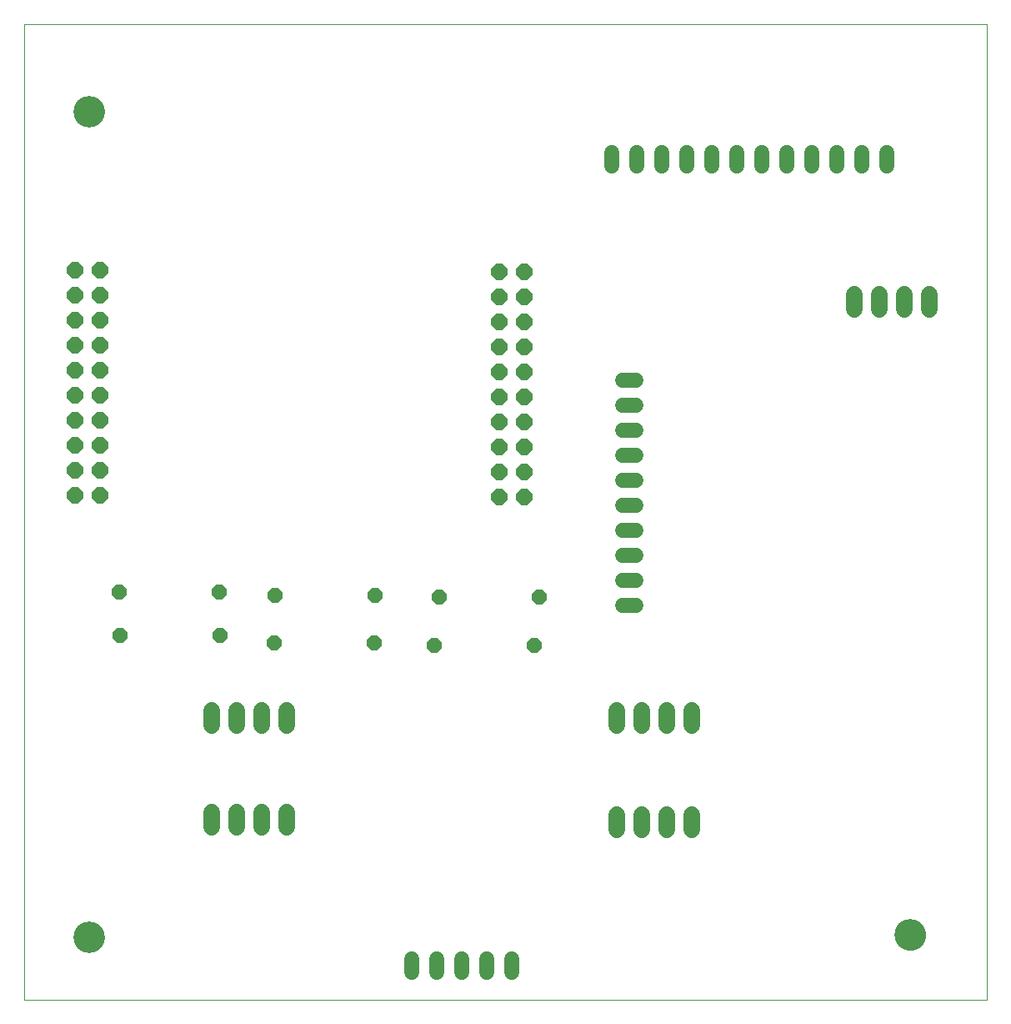
<source format=gbs>
G75*
%MOIN*%
%OFA0B0*%
%FSLAX25Y25*%
%IPPOS*%
%LPD*%
%AMOC8*
5,1,8,0,0,1.08239X$1,22.5*
%
%ADD10C,0.00000*%
%ADD11OC8,0.06000*%
%ADD12C,0.06800*%
%ADD13C,0.06000*%
%ADD14OC8,0.06400*%
%ADD15C,0.12611*%
D10*
X0001800Y0001800D02*
X0386800Y0001800D01*
X0386800Y0391800D01*
X0001800Y0391800D01*
X0001800Y0001800D01*
X0021894Y0026800D02*
X0021896Y0026953D01*
X0021902Y0027107D01*
X0021912Y0027260D01*
X0021926Y0027412D01*
X0021944Y0027565D01*
X0021966Y0027716D01*
X0021991Y0027867D01*
X0022021Y0028018D01*
X0022055Y0028168D01*
X0022092Y0028316D01*
X0022133Y0028464D01*
X0022178Y0028610D01*
X0022227Y0028756D01*
X0022280Y0028900D01*
X0022336Y0029042D01*
X0022396Y0029183D01*
X0022460Y0029323D01*
X0022527Y0029461D01*
X0022598Y0029597D01*
X0022673Y0029731D01*
X0022750Y0029863D01*
X0022832Y0029993D01*
X0022916Y0030121D01*
X0023004Y0030247D01*
X0023095Y0030370D01*
X0023189Y0030491D01*
X0023287Y0030609D01*
X0023387Y0030725D01*
X0023491Y0030838D01*
X0023597Y0030949D01*
X0023706Y0031057D01*
X0023818Y0031162D01*
X0023932Y0031263D01*
X0024050Y0031362D01*
X0024169Y0031458D01*
X0024291Y0031551D01*
X0024416Y0031640D01*
X0024543Y0031727D01*
X0024672Y0031809D01*
X0024803Y0031889D01*
X0024936Y0031965D01*
X0025071Y0032038D01*
X0025208Y0032107D01*
X0025347Y0032172D01*
X0025487Y0032234D01*
X0025629Y0032292D01*
X0025772Y0032347D01*
X0025917Y0032398D01*
X0026063Y0032445D01*
X0026210Y0032488D01*
X0026358Y0032527D01*
X0026507Y0032563D01*
X0026657Y0032594D01*
X0026808Y0032622D01*
X0026959Y0032646D01*
X0027112Y0032666D01*
X0027264Y0032682D01*
X0027417Y0032694D01*
X0027570Y0032702D01*
X0027723Y0032706D01*
X0027877Y0032706D01*
X0028030Y0032702D01*
X0028183Y0032694D01*
X0028336Y0032682D01*
X0028488Y0032666D01*
X0028641Y0032646D01*
X0028792Y0032622D01*
X0028943Y0032594D01*
X0029093Y0032563D01*
X0029242Y0032527D01*
X0029390Y0032488D01*
X0029537Y0032445D01*
X0029683Y0032398D01*
X0029828Y0032347D01*
X0029971Y0032292D01*
X0030113Y0032234D01*
X0030253Y0032172D01*
X0030392Y0032107D01*
X0030529Y0032038D01*
X0030664Y0031965D01*
X0030797Y0031889D01*
X0030928Y0031809D01*
X0031057Y0031727D01*
X0031184Y0031640D01*
X0031309Y0031551D01*
X0031431Y0031458D01*
X0031550Y0031362D01*
X0031668Y0031263D01*
X0031782Y0031162D01*
X0031894Y0031057D01*
X0032003Y0030949D01*
X0032109Y0030838D01*
X0032213Y0030725D01*
X0032313Y0030609D01*
X0032411Y0030491D01*
X0032505Y0030370D01*
X0032596Y0030247D01*
X0032684Y0030121D01*
X0032768Y0029993D01*
X0032850Y0029863D01*
X0032927Y0029731D01*
X0033002Y0029597D01*
X0033073Y0029461D01*
X0033140Y0029323D01*
X0033204Y0029183D01*
X0033264Y0029042D01*
X0033320Y0028900D01*
X0033373Y0028756D01*
X0033422Y0028610D01*
X0033467Y0028464D01*
X0033508Y0028316D01*
X0033545Y0028168D01*
X0033579Y0028018D01*
X0033609Y0027867D01*
X0033634Y0027716D01*
X0033656Y0027565D01*
X0033674Y0027412D01*
X0033688Y0027260D01*
X0033698Y0027107D01*
X0033704Y0026953D01*
X0033706Y0026800D01*
X0033704Y0026647D01*
X0033698Y0026493D01*
X0033688Y0026340D01*
X0033674Y0026188D01*
X0033656Y0026035D01*
X0033634Y0025884D01*
X0033609Y0025733D01*
X0033579Y0025582D01*
X0033545Y0025432D01*
X0033508Y0025284D01*
X0033467Y0025136D01*
X0033422Y0024990D01*
X0033373Y0024844D01*
X0033320Y0024700D01*
X0033264Y0024558D01*
X0033204Y0024417D01*
X0033140Y0024277D01*
X0033073Y0024139D01*
X0033002Y0024003D01*
X0032927Y0023869D01*
X0032850Y0023737D01*
X0032768Y0023607D01*
X0032684Y0023479D01*
X0032596Y0023353D01*
X0032505Y0023230D01*
X0032411Y0023109D01*
X0032313Y0022991D01*
X0032213Y0022875D01*
X0032109Y0022762D01*
X0032003Y0022651D01*
X0031894Y0022543D01*
X0031782Y0022438D01*
X0031668Y0022337D01*
X0031550Y0022238D01*
X0031431Y0022142D01*
X0031309Y0022049D01*
X0031184Y0021960D01*
X0031057Y0021873D01*
X0030928Y0021791D01*
X0030797Y0021711D01*
X0030664Y0021635D01*
X0030529Y0021562D01*
X0030392Y0021493D01*
X0030253Y0021428D01*
X0030113Y0021366D01*
X0029971Y0021308D01*
X0029828Y0021253D01*
X0029683Y0021202D01*
X0029537Y0021155D01*
X0029390Y0021112D01*
X0029242Y0021073D01*
X0029093Y0021037D01*
X0028943Y0021006D01*
X0028792Y0020978D01*
X0028641Y0020954D01*
X0028488Y0020934D01*
X0028336Y0020918D01*
X0028183Y0020906D01*
X0028030Y0020898D01*
X0027877Y0020894D01*
X0027723Y0020894D01*
X0027570Y0020898D01*
X0027417Y0020906D01*
X0027264Y0020918D01*
X0027112Y0020934D01*
X0026959Y0020954D01*
X0026808Y0020978D01*
X0026657Y0021006D01*
X0026507Y0021037D01*
X0026358Y0021073D01*
X0026210Y0021112D01*
X0026063Y0021155D01*
X0025917Y0021202D01*
X0025772Y0021253D01*
X0025629Y0021308D01*
X0025487Y0021366D01*
X0025347Y0021428D01*
X0025208Y0021493D01*
X0025071Y0021562D01*
X0024936Y0021635D01*
X0024803Y0021711D01*
X0024672Y0021791D01*
X0024543Y0021873D01*
X0024416Y0021960D01*
X0024291Y0022049D01*
X0024169Y0022142D01*
X0024050Y0022238D01*
X0023932Y0022337D01*
X0023818Y0022438D01*
X0023706Y0022543D01*
X0023597Y0022651D01*
X0023491Y0022762D01*
X0023387Y0022875D01*
X0023287Y0022991D01*
X0023189Y0023109D01*
X0023095Y0023230D01*
X0023004Y0023353D01*
X0022916Y0023479D01*
X0022832Y0023607D01*
X0022750Y0023737D01*
X0022673Y0023869D01*
X0022598Y0024003D01*
X0022527Y0024139D01*
X0022460Y0024277D01*
X0022396Y0024417D01*
X0022336Y0024558D01*
X0022280Y0024700D01*
X0022227Y0024844D01*
X0022178Y0024990D01*
X0022133Y0025136D01*
X0022092Y0025284D01*
X0022055Y0025432D01*
X0022021Y0025582D01*
X0021991Y0025733D01*
X0021966Y0025884D01*
X0021944Y0026035D01*
X0021926Y0026188D01*
X0021912Y0026340D01*
X0021902Y0026493D01*
X0021896Y0026647D01*
X0021894Y0026800D01*
X0021944Y0356825D02*
X0021946Y0356978D01*
X0021952Y0357132D01*
X0021962Y0357285D01*
X0021976Y0357437D01*
X0021994Y0357590D01*
X0022016Y0357741D01*
X0022041Y0357892D01*
X0022071Y0358043D01*
X0022105Y0358193D01*
X0022142Y0358341D01*
X0022183Y0358489D01*
X0022228Y0358635D01*
X0022277Y0358781D01*
X0022330Y0358925D01*
X0022386Y0359067D01*
X0022446Y0359208D01*
X0022510Y0359348D01*
X0022577Y0359486D01*
X0022648Y0359622D01*
X0022723Y0359756D01*
X0022800Y0359888D01*
X0022882Y0360018D01*
X0022966Y0360146D01*
X0023054Y0360272D01*
X0023145Y0360395D01*
X0023239Y0360516D01*
X0023337Y0360634D01*
X0023437Y0360750D01*
X0023541Y0360863D01*
X0023647Y0360974D01*
X0023756Y0361082D01*
X0023868Y0361187D01*
X0023982Y0361288D01*
X0024100Y0361387D01*
X0024219Y0361483D01*
X0024341Y0361576D01*
X0024466Y0361665D01*
X0024593Y0361752D01*
X0024722Y0361834D01*
X0024853Y0361914D01*
X0024986Y0361990D01*
X0025121Y0362063D01*
X0025258Y0362132D01*
X0025397Y0362197D01*
X0025537Y0362259D01*
X0025679Y0362317D01*
X0025822Y0362372D01*
X0025967Y0362423D01*
X0026113Y0362470D01*
X0026260Y0362513D01*
X0026408Y0362552D01*
X0026557Y0362588D01*
X0026707Y0362619D01*
X0026858Y0362647D01*
X0027009Y0362671D01*
X0027162Y0362691D01*
X0027314Y0362707D01*
X0027467Y0362719D01*
X0027620Y0362727D01*
X0027773Y0362731D01*
X0027927Y0362731D01*
X0028080Y0362727D01*
X0028233Y0362719D01*
X0028386Y0362707D01*
X0028538Y0362691D01*
X0028691Y0362671D01*
X0028842Y0362647D01*
X0028993Y0362619D01*
X0029143Y0362588D01*
X0029292Y0362552D01*
X0029440Y0362513D01*
X0029587Y0362470D01*
X0029733Y0362423D01*
X0029878Y0362372D01*
X0030021Y0362317D01*
X0030163Y0362259D01*
X0030303Y0362197D01*
X0030442Y0362132D01*
X0030579Y0362063D01*
X0030714Y0361990D01*
X0030847Y0361914D01*
X0030978Y0361834D01*
X0031107Y0361752D01*
X0031234Y0361665D01*
X0031359Y0361576D01*
X0031481Y0361483D01*
X0031600Y0361387D01*
X0031718Y0361288D01*
X0031832Y0361187D01*
X0031944Y0361082D01*
X0032053Y0360974D01*
X0032159Y0360863D01*
X0032263Y0360750D01*
X0032363Y0360634D01*
X0032461Y0360516D01*
X0032555Y0360395D01*
X0032646Y0360272D01*
X0032734Y0360146D01*
X0032818Y0360018D01*
X0032900Y0359888D01*
X0032977Y0359756D01*
X0033052Y0359622D01*
X0033123Y0359486D01*
X0033190Y0359348D01*
X0033254Y0359208D01*
X0033314Y0359067D01*
X0033370Y0358925D01*
X0033423Y0358781D01*
X0033472Y0358635D01*
X0033517Y0358489D01*
X0033558Y0358341D01*
X0033595Y0358193D01*
X0033629Y0358043D01*
X0033659Y0357892D01*
X0033684Y0357741D01*
X0033706Y0357590D01*
X0033724Y0357437D01*
X0033738Y0357285D01*
X0033748Y0357132D01*
X0033754Y0356978D01*
X0033756Y0356825D01*
X0033754Y0356672D01*
X0033748Y0356518D01*
X0033738Y0356365D01*
X0033724Y0356213D01*
X0033706Y0356060D01*
X0033684Y0355909D01*
X0033659Y0355758D01*
X0033629Y0355607D01*
X0033595Y0355457D01*
X0033558Y0355309D01*
X0033517Y0355161D01*
X0033472Y0355015D01*
X0033423Y0354869D01*
X0033370Y0354725D01*
X0033314Y0354583D01*
X0033254Y0354442D01*
X0033190Y0354302D01*
X0033123Y0354164D01*
X0033052Y0354028D01*
X0032977Y0353894D01*
X0032900Y0353762D01*
X0032818Y0353632D01*
X0032734Y0353504D01*
X0032646Y0353378D01*
X0032555Y0353255D01*
X0032461Y0353134D01*
X0032363Y0353016D01*
X0032263Y0352900D01*
X0032159Y0352787D01*
X0032053Y0352676D01*
X0031944Y0352568D01*
X0031832Y0352463D01*
X0031718Y0352362D01*
X0031600Y0352263D01*
X0031481Y0352167D01*
X0031359Y0352074D01*
X0031234Y0351985D01*
X0031107Y0351898D01*
X0030978Y0351816D01*
X0030847Y0351736D01*
X0030714Y0351660D01*
X0030579Y0351587D01*
X0030442Y0351518D01*
X0030303Y0351453D01*
X0030163Y0351391D01*
X0030021Y0351333D01*
X0029878Y0351278D01*
X0029733Y0351227D01*
X0029587Y0351180D01*
X0029440Y0351137D01*
X0029292Y0351098D01*
X0029143Y0351062D01*
X0028993Y0351031D01*
X0028842Y0351003D01*
X0028691Y0350979D01*
X0028538Y0350959D01*
X0028386Y0350943D01*
X0028233Y0350931D01*
X0028080Y0350923D01*
X0027927Y0350919D01*
X0027773Y0350919D01*
X0027620Y0350923D01*
X0027467Y0350931D01*
X0027314Y0350943D01*
X0027162Y0350959D01*
X0027009Y0350979D01*
X0026858Y0351003D01*
X0026707Y0351031D01*
X0026557Y0351062D01*
X0026408Y0351098D01*
X0026260Y0351137D01*
X0026113Y0351180D01*
X0025967Y0351227D01*
X0025822Y0351278D01*
X0025679Y0351333D01*
X0025537Y0351391D01*
X0025397Y0351453D01*
X0025258Y0351518D01*
X0025121Y0351587D01*
X0024986Y0351660D01*
X0024853Y0351736D01*
X0024722Y0351816D01*
X0024593Y0351898D01*
X0024466Y0351985D01*
X0024341Y0352074D01*
X0024219Y0352167D01*
X0024100Y0352263D01*
X0023982Y0352362D01*
X0023868Y0352463D01*
X0023756Y0352568D01*
X0023647Y0352676D01*
X0023541Y0352787D01*
X0023437Y0352900D01*
X0023337Y0353016D01*
X0023239Y0353134D01*
X0023145Y0353255D01*
X0023054Y0353378D01*
X0022966Y0353504D01*
X0022882Y0353632D01*
X0022800Y0353762D01*
X0022723Y0353894D01*
X0022648Y0354028D01*
X0022577Y0354164D01*
X0022510Y0354302D01*
X0022446Y0354442D01*
X0022386Y0354583D01*
X0022330Y0354725D01*
X0022277Y0354869D01*
X0022228Y0355015D01*
X0022183Y0355161D01*
X0022142Y0355309D01*
X0022105Y0355457D01*
X0022071Y0355607D01*
X0022041Y0355758D01*
X0022016Y0355909D01*
X0021994Y0356060D01*
X0021976Y0356213D01*
X0021962Y0356365D01*
X0021952Y0356518D01*
X0021946Y0356672D01*
X0021944Y0356825D01*
X0350369Y0027625D02*
X0350371Y0027778D01*
X0350377Y0027932D01*
X0350387Y0028085D01*
X0350401Y0028237D01*
X0350419Y0028390D01*
X0350441Y0028541D01*
X0350466Y0028692D01*
X0350496Y0028843D01*
X0350530Y0028993D01*
X0350567Y0029141D01*
X0350608Y0029289D01*
X0350653Y0029435D01*
X0350702Y0029581D01*
X0350755Y0029725D01*
X0350811Y0029867D01*
X0350871Y0030008D01*
X0350935Y0030148D01*
X0351002Y0030286D01*
X0351073Y0030422D01*
X0351148Y0030556D01*
X0351225Y0030688D01*
X0351307Y0030818D01*
X0351391Y0030946D01*
X0351479Y0031072D01*
X0351570Y0031195D01*
X0351664Y0031316D01*
X0351762Y0031434D01*
X0351862Y0031550D01*
X0351966Y0031663D01*
X0352072Y0031774D01*
X0352181Y0031882D01*
X0352293Y0031987D01*
X0352407Y0032088D01*
X0352525Y0032187D01*
X0352644Y0032283D01*
X0352766Y0032376D01*
X0352891Y0032465D01*
X0353018Y0032552D01*
X0353147Y0032634D01*
X0353278Y0032714D01*
X0353411Y0032790D01*
X0353546Y0032863D01*
X0353683Y0032932D01*
X0353822Y0032997D01*
X0353962Y0033059D01*
X0354104Y0033117D01*
X0354247Y0033172D01*
X0354392Y0033223D01*
X0354538Y0033270D01*
X0354685Y0033313D01*
X0354833Y0033352D01*
X0354982Y0033388D01*
X0355132Y0033419D01*
X0355283Y0033447D01*
X0355434Y0033471D01*
X0355587Y0033491D01*
X0355739Y0033507D01*
X0355892Y0033519D01*
X0356045Y0033527D01*
X0356198Y0033531D01*
X0356352Y0033531D01*
X0356505Y0033527D01*
X0356658Y0033519D01*
X0356811Y0033507D01*
X0356963Y0033491D01*
X0357116Y0033471D01*
X0357267Y0033447D01*
X0357418Y0033419D01*
X0357568Y0033388D01*
X0357717Y0033352D01*
X0357865Y0033313D01*
X0358012Y0033270D01*
X0358158Y0033223D01*
X0358303Y0033172D01*
X0358446Y0033117D01*
X0358588Y0033059D01*
X0358728Y0032997D01*
X0358867Y0032932D01*
X0359004Y0032863D01*
X0359139Y0032790D01*
X0359272Y0032714D01*
X0359403Y0032634D01*
X0359532Y0032552D01*
X0359659Y0032465D01*
X0359784Y0032376D01*
X0359906Y0032283D01*
X0360025Y0032187D01*
X0360143Y0032088D01*
X0360257Y0031987D01*
X0360369Y0031882D01*
X0360478Y0031774D01*
X0360584Y0031663D01*
X0360688Y0031550D01*
X0360788Y0031434D01*
X0360886Y0031316D01*
X0360980Y0031195D01*
X0361071Y0031072D01*
X0361159Y0030946D01*
X0361243Y0030818D01*
X0361325Y0030688D01*
X0361402Y0030556D01*
X0361477Y0030422D01*
X0361548Y0030286D01*
X0361615Y0030148D01*
X0361679Y0030008D01*
X0361739Y0029867D01*
X0361795Y0029725D01*
X0361848Y0029581D01*
X0361897Y0029435D01*
X0361942Y0029289D01*
X0361983Y0029141D01*
X0362020Y0028993D01*
X0362054Y0028843D01*
X0362084Y0028692D01*
X0362109Y0028541D01*
X0362131Y0028390D01*
X0362149Y0028237D01*
X0362163Y0028085D01*
X0362173Y0027932D01*
X0362179Y0027778D01*
X0362181Y0027625D01*
X0362179Y0027472D01*
X0362173Y0027318D01*
X0362163Y0027165D01*
X0362149Y0027013D01*
X0362131Y0026860D01*
X0362109Y0026709D01*
X0362084Y0026558D01*
X0362054Y0026407D01*
X0362020Y0026257D01*
X0361983Y0026109D01*
X0361942Y0025961D01*
X0361897Y0025815D01*
X0361848Y0025669D01*
X0361795Y0025525D01*
X0361739Y0025383D01*
X0361679Y0025242D01*
X0361615Y0025102D01*
X0361548Y0024964D01*
X0361477Y0024828D01*
X0361402Y0024694D01*
X0361325Y0024562D01*
X0361243Y0024432D01*
X0361159Y0024304D01*
X0361071Y0024178D01*
X0360980Y0024055D01*
X0360886Y0023934D01*
X0360788Y0023816D01*
X0360688Y0023700D01*
X0360584Y0023587D01*
X0360478Y0023476D01*
X0360369Y0023368D01*
X0360257Y0023263D01*
X0360143Y0023162D01*
X0360025Y0023063D01*
X0359906Y0022967D01*
X0359784Y0022874D01*
X0359659Y0022785D01*
X0359532Y0022698D01*
X0359403Y0022616D01*
X0359272Y0022536D01*
X0359139Y0022460D01*
X0359004Y0022387D01*
X0358867Y0022318D01*
X0358728Y0022253D01*
X0358588Y0022191D01*
X0358446Y0022133D01*
X0358303Y0022078D01*
X0358158Y0022027D01*
X0358012Y0021980D01*
X0357865Y0021937D01*
X0357717Y0021898D01*
X0357568Y0021862D01*
X0357418Y0021831D01*
X0357267Y0021803D01*
X0357116Y0021779D01*
X0356963Y0021759D01*
X0356811Y0021743D01*
X0356658Y0021731D01*
X0356505Y0021723D01*
X0356352Y0021719D01*
X0356198Y0021719D01*
X0356045Y0021723D01*
X0355892Y0021731D01*
X0355739Y0021743D01*
X0355587Y0021759D01*
X0355434Y0021779D01*
X0355283Y0021803D01*
X0355132Y0021831D01*
X0354982Y0021862D01*
X0354833Y0021898D01*
X0354685Y0021937D01*
X0354538Y0021980D01*
X0354392Y0022027D01*
X0354247Y0022078D01*
X0354104Y0022133D01*
X0353962Y0022191D01*
X0353822Y0022253D01*
X0353683Y0022318D01*
X0353546Y0022387D01*
X0353411Y0022460D01*
X0353278Y0022536D01*
X0353147Y0022616D01*
X0353018Y0022698D01*
X0352891Y0022785D01*
X0352766Y0022874D01*
X0352644Y0022967D01*
X0352525Y0023063D01*
X0352407Y0023162D01*
X0352293Y0023263D01*
X0352181Y0023368D01*
X0352072Y0023476D01*
X0351966Y0023587D01*
X0351862Y0023700D01*
X0351762Y0023816D01*
X0351664Y0023934D01*
X0351570Y0024055D01*
X0351479Y0024178D01*
X0351391Y0024304D01*
X0351307Y0024432D01*
X0351225Y0024562D01*
X0351148Y0024694D01*
X0351073Y0024828D01*
X0351002Y0024964D01*
X0350935Y0025102D01*
X0350871Y0025242D01*
X0350811Y0025383D01*
X0350755Y0025525D01*
X0350702Y0025669D01*
X0350653Y0025815D01*
X0350608Y0025961D01*
X0350567Y0026109D01*
X0350530Y0026257D01*
X0350496Y0026407D01*
X0350466Y0026558D01*
X0350441Y0026709D01*
X0350419Y0026860D01*
X0350401Y0027013D01*
X0350387Y0027165D01*
X0350377Y0027318D01*
X0350371Y0027472D01*
X0350369Y0027625D01*
D11*
X0207800Y0162800D03*
X0205800Y0143300D03*
X0167800Y0162800D03*
X0165800Y0143300D03*
X0141800Y0144300D03*
X0142300Y0163300D03*
X0102300Y0163300D03*
X0101800Y0144300D03*
X0080300Y0147300D03*
X0079800Y0164800D03*
X0039800Y0164800D03*
X0040300Y0147300D03*
D12*
X0076800Y0117300D02*
X0076800Y0111300D01*
X0086800Y0111300D02*
X0086800Y0117300D01*
X0096800Y0117300D02*
X0096800Y0111300D01*
X0106800Y0111300D02*
X0106800Y0117300D01*
X0106800Y0076800D02*
X0106800Y0070800D01*
X0096800Y0070800D02*
X0096800Y0076800D01*
X0086800Y0076800D02*
X0086800Y0070800D01*
X0076800Y0070800D02*
X0076800Y0076800D01*
X0238800Y0075800D02*
X0238800Y0069800D01*
X0248800Y0069800D02*
X0248800Y0075800D01*
X0258800Y0075800D02*
X0258800Y0069800D01*
X0268800Y0069800D02*
X0268800Y0075800D01*
X0268800Y0111300D02*
X0268800Y0117300D01*
X0258800Y0117300D02*
X0258800Y0111300D01*
X0248800Y0111300D02*
X0248800Y0117300D01*
X0238800Y0117300D02*
X0238800Y0111300D01*
X0333800Y0277800D02*
X0333800Y0283800D01*
X0343800Y0283800D02*
X0343800Y0277800D01*
X0353800Y0277800D02*
X0353800Y0283800D01*
X0363800Y0283800D02*
X0363800Y0277800D01*
D13*
X0346800Y0335200D02*
X0346800Y0340400D01*
X0336800Y0340400D02*
X0336800Y0335200D01*
X0326800Y0335200D02*
X0326800Y0340400D01*
X0316800Y0340400D02*
X0316800Y0335200D01*
X0306800Y0335200D02*
X0306800Y0340400D01*
X0296800Y0340400D02*
X0296800Y0335200D01*
X0286800Y0335200D02*
X0286800Y0340400D01*
X0276800Y0340400D02*
X0276800Y0335200D01*
X0266800Y0335200D02*
X0266800Y0340400D01*
X0256800Y0340400D02*
X0256800Y0335200D01*
X0246800Y0335200D02*
X0246800Y0340400D01*
X0236800Y0340400D02*
X0236800Y0335200D01*
X0241200Y0249300D02*
X0246400Y0249300D01*
X0246400Y0239300D02*
X0241200Y0239300D01*
X0241200Y0229300D02*
X0246400Y0229300D01*
X0246400Y0219300D02*
X0241200Y0219300D01*
X0241200Y0209300D02*
X0246400Y0209300D01*
X0246400Y0199300D02*
X0241200Y0199300D01*
X0241200Y0189300D02*
X0246400Y0189300D01*
X0246400Y0179300D02*
X0241200Y0179300D01*
X0241200Y0169300D02*
X0246400Y0169300D01*
X0246400Y0159300D02*
X0241200Y0159300D01*
X0196800Y0017900D02*
X0196800Y0012700D01*
X0186800Y0012700D02*
X0186800Y0017900D01*
X0176800Y0017900D02*
X0176800Y0012700D01*
X0166800Y0012700D02*
X0166800Y0017900D01*
X0156800Y0017900D02*
X0156800Y0012700D01*
D14*
X0191800Y0202800D03*
X0201800Y0202800D03*
X0201800Y0212800D03*
X0201800Y0222800D03*
X0191800Y0222800D03*
X0191800Y0212800D03*
X0191800Y0232800D03*
X0191800Y0242800D03*
X0201800Y0242800D03*
X0201800Y0232800D03*
X0201800Y0252800D03*
X0201800Y0262800D03*
X0191800Y0262800D03*
X0191800Y0252800D03*
X0191800Y0272800D03*
X0191800Y0282800D03*
X0201800Y0282800D03*
X0201800Y0272800D03*
X0201800Y0292800D03*
X0191800Y0292800D03*
X0032300Y0293300D03*
X0032300Y0283300D03*
X0032300Y0273300D03*
X0032300Y0263300D03*
X0032300Y0253300D03*
X0032300Y0243300D03*
X0032300Y0233300D03*
X0032300Y0223300D03*
X0032300Y0213300D03*
X0032300Y0203300D03*
X0022300Y0203300D03*
X0022300Y0213300D03*
X0022300Y0223300D03*
X0022300Y0233300D03*
X0022300Y0243300D03*
X0022300Y0253300D03*
X0022300Y0263300D03*
X0022300Y0273300D03*
X0022300Y0283300D03*
X0022300Y0293300D03*
D15*
X0027850Y0356825D03*
X0027800Y0026800D03*
X0356275Y0027625D03*
M02*

</source>
